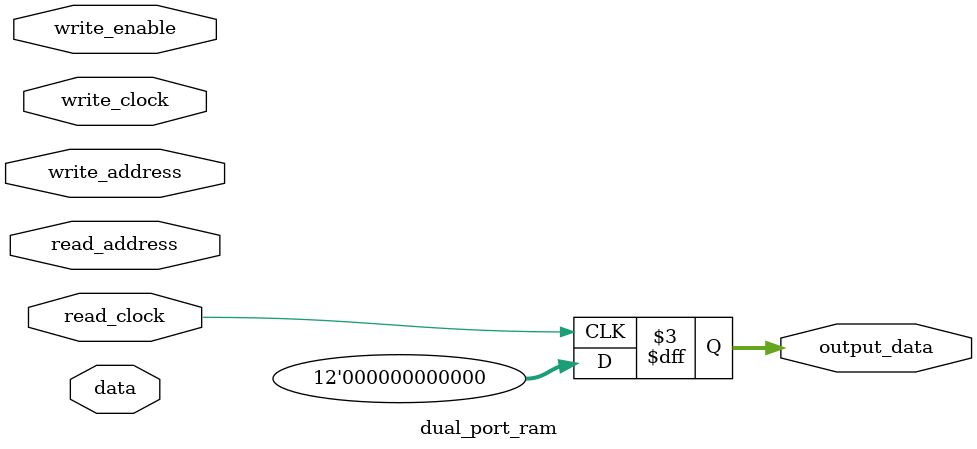
<source format=v>
module dual_port_ram #(
    parameter DATA_WIDTH = 12,
    parameter ADDRESS_SIZE = 13
)(
    input [11:0] data,
    input [ADDRESS_SIZE-1:0] read_address,
    input [ADDRESS_SIZE-1:0] write_address,
    input write_enable,
    input read_clock,
    input write_clock,
    output reg [DATA_WIDTH-1:0] output_data
);

//reg [DATA_WIDTH-1:0] memory [2**ADDRESS_SIZE-1:0];

always @(posedge write_clock) begin
    if (write_enable) begin
        //memory[write_address] <= data;
    end
end

always @(posedge read_clock) begin
    output_data <= 0;// memory[read_address];
end



endmodule

</source>
